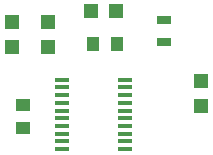
<source format=gtp>
G04 #@! TF.FileFunction,Paste,Top*
%FSLAX46Y46*%
G04 Gerber Fmt 4.6, Leading zero omitted, Abs format (unit mm)*
G04 Created by KiCad (PCBNEW 4.0.2-stable) date Wednesday, January 18, 2017 'PMt' 01:23:50 PM*
%MOMM*%
G01*
G04 APERTURE LIST*
%ADD10C,0.100000*%
%ADD11R,1.000000X1.250000*%
%ADD12R,1.250000X1.000000*%
%ADD13R,1.198880X1.198880*%
%ADD14R,1.300000X0.700000*%
%ADD15R,1.270000X0.406400*%
G04 APERTURE END LIST*
D10*
D11*
X143811500Y-91503500D03*
X141811500Y-91503500D03*
D12*
X135890000Y-96663000D03*
X135890000Y-98663000D03*
D13*
X143733520Y-88709500D03*
X141635480Y-88709500D03*
X134937500Y-89628980D03*
X134937500Y-91727020D03*
X150939500Y-94645480D03*
X150939500Y-96743520D03*
X137985500Y-89628980D03*
X137985500Y-91727020D03*
D14*
X147828000Y-89474000D03*
X147828000Y-91374000D03*
D15*
X139128500Y-94551500D03*
X139128500Y-95186500D03*
X139128500Y-95846900D03*
X139128500Y-96507300D03*
X139128500Y-97142300D03*
X139128500Y-97802700D03*
X139128500Y-98463100D03*
X139128500Y-99098100D03*
X139128500Y-99758500D03*
X139128500Y-100393500D03*
X144462500Y-100393500D03*
X144462500Y-99758500D03*
X144462500Y-99098100D03*
X144462500Y-98463100D03*
X144462500Y-97802700D03*
X144462500Y-97142300D03*
X144462500Y-96507300D03*
X144462500Y-95846900D03*
X144462500Y-95186500D03*
X144462500Y-94551500D03*
M02*

</source>
